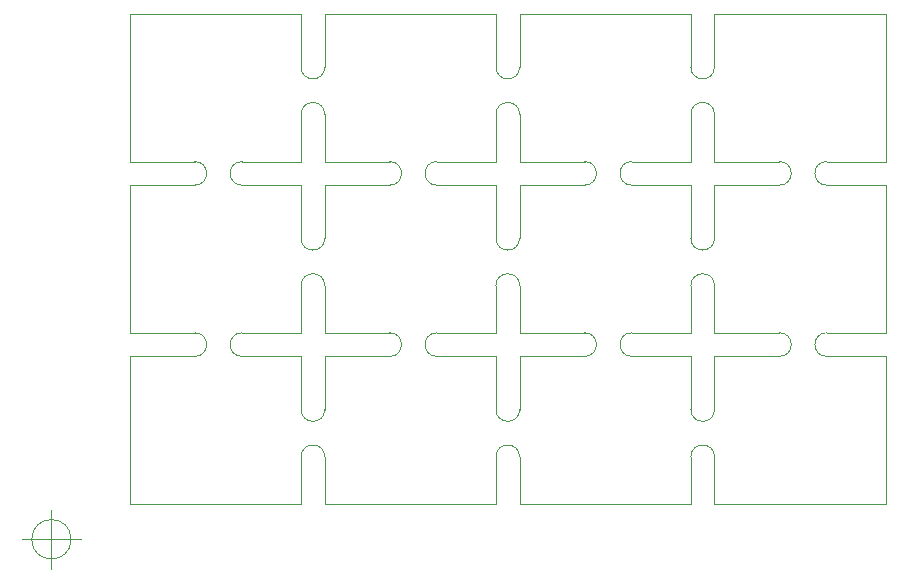
<source format=gbr>
%TF.GenerationSoftware,KiCad,Pcbnew,5.1.10-88a1d61d58~90~ubuntu20.04.1*%
%TF.CreationDate,2022-01-16T22:17:14+00:00*%
%TF.ProjectId,grove_adaptor_panel,67726f76-655f-4616-9461-70746f725f70,rev?*%
%TF.SameCoordinates,Original*%
%TF.FileFunction,Profile,NP*%
%FSLAX46Y46*%
G04 Gerber Fmt 4.6, Leading zero omitted, Abs format (unit mm)*
G04 Created by KiCad (PCBNEW 5.1.10-88a1d61d58~90~ubuntu20.04.1) date 2022-01-16 22:17:14*
%MOMM*%
%LPD*%
G01*
G04 APERTURE LIST*
%TA.AperFunction,Profile*%
%ADD10C,0.050000*%
%TD*%
G04 APERTURE END LIST*
D10*
X167528666Y-133985000D02*
G75*
G03*
X167528666Y-133985000I-1666666J0D01*
G01*
X163362000Y-133985000D02*
X168362000Y-133985000D01*
X165862000Y-131485000D02*
X165862000Y-136485000D01*
X236500000Y-94000000D02*
X236500000Y-98000000D01*
X236500000Y-123000000D02*
X236500000Y-127000000D01*
X236500000Y-108500000D02*
X236500000Y-112500000D01*
X172500000Y-123000000D02*
X172500000Y-127000000D01*
X172500000Y-108500000D02*
X172500000Y-112500000D01*
X172500000Y-94000000D02*
X172500000Y-98000000D01*
X211000000Y-131000000D02*
X215000000Y-131000000D01*
X194500000Y-131000000D02*
X198500000Y-131000000D01*
X227500000Y-131000000D02*
X231500000Y-131000000D01*
X178000000Y-131000000D02*
X182000000Y-131000000D01*
X227500000Y-89500000D02*
X231500000Y-89500000D01*
X211000000Y-89500000D02*
X215000000Y-89500000D01*
X194500000Y-89500000D02*
X198500000Y-89500000D01*
X178000000Y-89500000D02*
X182000000Y-89500000D01*
X231500000Y-131000000D02*
X236500000Y-131000000D01*
X215000000Y-131000000D02*
X220000000Y-131000000D01*
X198500000Y-131000000D02*
X203500000Y-131000000D01*
X182000000Y-131000000D02*
X187000000Y-131000000D01*
X231500000Y-116500000D02*
X236500000Y-116500000D01*
X215000000Y-116500000D02*
X220000000Y-116500000D01*
X198500000Y-116500000D02*
X203500000Y-116500000D01*
X182000000Y-116500000D02*
X187000000Y-116500000D01*
X231500000Y-102000000D02*
X236500000Y-102000000D01*
X215000000Y-102000000D02*
X220000000Y-102000000D01*
X198500000Y-102000000D02*
X203500000Y-102000000D01*
X231500000Y-118500000D02*
G75*
G02*
X231500000Y-116500000I0J1000000D01*
G01*
X215000000Y-118500000D02*
G75*
G02*
X215000000Y-116500000I0J1000000D01*
G01*
X198500000Y-118500000D02*
G75*
G02*
X198500000Y-116500000I0J1000000D01*
G01*
X182000000Y-118500000D02*
G75*
G02*
X182000000Y-116500000I0J1000000D01*
G01*
X231500000Y-104000000D02*
G75*
G02*
X231500000Y-102000000I0J1000000D01*
G01*
X215000000Y-104000000D02*
G75*
G02*
X215000000Y-102000000I0J1000000D01*
G01*
X198500000Y-104000000D02*
G75*
G02*
X198500000Y-102000000I0J1000000D01*
G01*
X222000000Y-131000000D02*
X227500000Y-131000000D01*
X205500000Y-131000000D02*
X211000000Y-131000000D01*
X189000000Y-131000000D02*
X194500000Y-131000000D01*
X172500000Y-131000000D02*
X178000000Y-131000000D01*
X222000000Y-116500000D02*
X227500000Y-116500000D01*
X205500000Y-116500000D02*
X211000000Y-116500000D01*
X189000000Y-116500000D02*
X194500000Y-116500000D01*
X172500000Y-116500000D02*
X178000000Y-116500000D01*
X222000000Y-102000000D02*
X227500000Y-102000000D01*
X205500000Y-102000000D02*
X211000000Y-102000000D01*
X189000000Y-102000000D02*
X194500000Y-102000000D01*
X227500000Y-116500000D02*
G75*
G02*
X227500000Y-118500000I0J-1000000D01*
G01*
X211000000Y-116500000D02*
G75*
G02*
X211000000Y-118500000I0J-1000000D01*
G01*
X194500000Y-116500000D02*
G75*
G02*
X194500000Y-118500000I0J-1000000D01*
G01*
X178000000Y-116500000D02*
G75*
G02*
X178000000Y-118500000I0J-1000000D01*
G01*
X227500000Y-102000000D02*
G75*
G02*
X227500000Y-104000000I0J-1000000D01*
G01*
X211000000Y-102000000D02*
G75*
G02*
X211000000Y-104000000I0J-1000000D01*
G01*
X194500000Y-102000000D02*
G75*
G02*
X194500000Y-104000000I0J-1000000D01*
G01*
X222000000Y-123000000D02*
G75*
G02*
X220000000Y-123000000I-1000000J0D01*
G01*
X205500000Y-123000000D02*
G75*
G02*
X203500000Y-123000000I-1000000J0D01*
G01*
X189000000Y-123000000D02*
G75*
G02*
X187000000Y-123000000I-1000000J0D01*
G01*
X222000000Y-108500000D02*
G75*
G02*
X220000000Y-108500000I-1000000J0D01*
G01*
X205500000Y-108500000D02*
G75*
G02*
X203500000Y-108500000I-1000000J0D01*
G01*
X189000000Y-108500000D02*
G75*
G02*
X187000000Y-108500000I-1000000J0D01*
G01*
X222000000Y-94000000D02*
G75*
G02*
X220000000Y-94000000I-1000000J0D01*
G01*
X205500000Y-94000000D02*
G75*
G02*
X203500000Y-94000000I-1000000J0D01*
G01*
X189000000Y-94000000D02*
G75*
G02*
X187000000Y-94000000I-1000000J0D01*
G01*
X220000000Y-127000000D02*
G75*
G02*
X222000000Y-127000000I1000000J0D01*
G01*
X203500000Y-127000000D02*
G75*
G02*
X205500000Y-127000000I1000000J0D01*
G01*
X187000000Y-127000000D02*
G75*
G02*
X189000000Y-127000000I1000000J0D01*
G01*
X220000000Y-112500000D02*
G75*
G02*
X222000000Y-112500000I1000000J0D01*
G01*
X203500000Y-112500000D02*
G75*
G02*
X205500000Y-112500000I1000000J0D01*
G01*
X187000000Y-112500000D02*
G75*
G02*
X189000000Y-112500000I1000000J0D01*
G01*
X220000000Y-98000000D02*
G75*
G02*
X222000000Y-98000000I1000000J0D01*
G01*
X203500000Y-98000000D02*
G75*
G02*
X205500000Y-98000000I1000000J0D01*
G01*
X187000000Y-98000000D02*
G75*
G02*
X189000000Y-98000000I1000000J0D01*
G01*
X236500000Y-118500000D02*
X236500000Y-123000000D01*
X220000000Y-118500000D02*
X220000000Y-123000000D01*
X203500000Y-118500000D02*
X203500000Y-123000000D01*
X187000000Y-118500000D02*
X187000000Y-123000000D01*
X236500000Y-104000000D02*
X236500000Y-108500000D01*
X220000000Y-104000000D02*
X220000000Y-108500000D01*
X203500000Y-104000000D02*
X203500000Y-108500000D01*
X187000000Y-104000000D02*
X187000000Y-108500000D01*
X236500000Y-89500000D02*
X236500000Y-94000000D01*
X220000000Y-89500000D02*
X220000000Y-94000000D01*
X203500000Y-89500000D02*
X203500000Y-94000000D01*
X236500000Y-127000000D02*
X236500000Y-131000000D01*
X220000000Y-127000000D02*
X220000000Y-131000000D01*
X203500000Y-127000000D02*
X203500000Y-131000000D01*
X187000000Y-127000000D02*
X187000000Y-131000000D01*
X236500000Y-112500000D02*
X236500000Y-116500000D01*
X220000000Y-112500000D02*
X220000000Y-116500000D01*
X203500000Y-112500000D02*
X203500000Y-116500000D01*
X187000000Y-112500000D02*
X187000000Y-116500000D01*
X236500000Y-98000000D02*
X236500000Y-102000000D01*
X220000000Y-98000000D02*
X220000000Y-102000000D01*
X203500000Y-98000000D02*
X203500000Y-102000000D01*
X227500000Y-118500000D02*
X222000000Y-118500000D01*
X211000000Y-118500000D02*
X205500000Y-118500000D01*
X194500000Y-118500000D02*
X189000000Y-118500000D01*
X178000000Y-118500000D02*
X172500000Y-118500000D01*
X227500000Y-104000000D02*
X222000000Y-104000000D01*
X211000000Y-104000000D02*
X205500000Y-104000000D01*
X194500000Y-104000000D02*
X189000000Y-104000000D01*
X178000000Y-104000000D02*
X172500000Y-104000000D01*
X227500000Y-89500000D02*
X222000000Y-89500000D01*
X211000000Y-89500000D02*
X205500000Y-89500000D01*
X194500000Y-89500000D02*
X189000000Y-89500000D01*
X222000000Y-123000000D02*
X222000000Y-118500000D01*
X205500000Y-123000000D02*
X205500000Y-118500000D01*
X189000000Y-123000000D02*
X189000000Y-118500000D01*
X172500000Y-123000000D02*
X172500000Y-118500000D01*
X222000000Y-108500000D02*
X222000000Y-104000000D01*
X205500000Y-108500000D02*
X205500000Y-104000000D01*
X189000000Y-108500000D02*
X189000000Y-104000000D01*
X172500000Y-108500000D02*
X172500000Y-104000000D01*
X222000000Y-94000000D02*
X222000000Y-89500000D01*
X205500000Y-94000000D02*
X205500000Y-89500000D01*
X189000000Y-94000000D02*
X189000000Y-89500000D01*
X231500000Y-118500000D02*
X236500000Y-118500000D01*
X215000000Y-118500000D02*
X220000000Y-118500000D01*
X198500000Y-118500000D02*
X203500000Y-118500000D01*
X182000000Y-118500000D02*
X187000000Y-118500000D01*
X231500000Y-104000000D02*
X236500000Y-104000000D01*
X215000000Y-104000000D02*
X220000000Y-104000000D01*
X198500000Y-104000000D02*
X203500000Y-104000000D01*
X182000000Y-104000000D02*
X187000000Y-104000000D01*
X231500000Y-89500000D02*
X236500000Y-89500000D01*
X215000000Y-89500000D02*
X220000000Y-89500000D01*
X198500000Y-89500000D02*
X203500000Y-89500000D01*
X222000000Y-127000000D02*
X222000000Y-131000000D01*
X205500000Y-127000000D02*
X205500000Y-131000000D01*
X189000000Y-127000000D02*
X189000000Y-131000000D01*
X172500000Y-127000000D02*
X172500000Y-131000000D01*
X222000000Y-112500000D02*
X222000000Y-116500000D01*
X205500000Y-112500000D02*
X205500000Y-116500000D01*
X189000000Y-112500000D02*
X189000000Y-116500000D01*
X172500000Y-112500000D02*
X172500000Y-116500000D01*
X222000000Y-98000000D02*
X222000000Y-102000000D01*
X205500000Y-98000000D02*
X205500000Y-102000000D01*
X189000000Y-98000000D02*
X189000000Y-102000000D01*
X187000000Y-98000000D02*
X187000000Y-102000000D01*
X187000000Y-89500000D02*
X187000000Y-94000000D01*
X172500000Y-98000000D02*
X172500000Y-102000000D01*
X172500000Y-94000000D02*
X172500000Y-89500000D01*
X178000000Y-89500000D02*
X172500000Y-89500000D01*
X182000000Y-89500000D02*
X187000000Y-89500000D01*
X182000000Y-102000000D02*
X187000000Y-102000000D01*
X172500000Y-102000000D02*
X178000000Y-102000000D01*
X182000000Y-104000000D02*
G75*
G02*
X182000000Y-102000000I0J1000000D01*
G01*
X178000000Y-102000000D02*
G75*
G02*
X178000000Y-104000000I0J-1000000D01*
G01*
M02*

</source>
